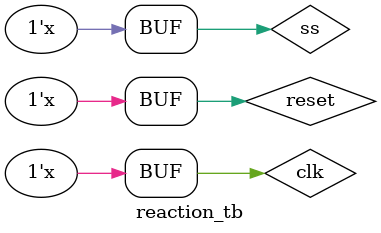
<source format=sv>
module reaction(
  input logic clk, reset,
  input logic ss,
  output logic go,
  output logic [31:0] reactionTime
);

  // Instantiate the clock divider module
  clk1kHz clkDivider(.clk(clk), .reset(reset), .clkout());

  // Instantiate the millisecond counter module
  mscnt msCounter(.clk(clkDivider.clkout), .reset(reset), .cnt(reactionTime));

  // Instantiate the FSM module
  fsm stateMachine(.clk(clk), .reset(reset), .ss(ss), .cnt(reactionTime), .go(go), .capture());

endmodule
//

module fsm(
  input logic clk, reset,
  input logic ss,
  input logic [31:0] cnt,
  output logic go, capture
);
  //state enumeration
  typedef enum logic [1:0] {
    IDLE, WAITING, OUTPUT, CAPTURE
  } state_t;

  //state and next state signals
  state_t state, next_state;

  //state registers
  always_ff @(posedge clk or posedge reset) begin
    if (reset) begin
      state <= IDLE;
    end else begin
      state <= next_state;
    end
  end

  // next state logic
  always_comb begin
    case (state)
      IDLE:
        if (ss) begin
          next_state = WAITING;
        end else begin
          next_state = IDLE;
        end
      WAITING:
        if (cnt == 0) begin
          next_state = OUTPUT;
        end else begin
          next_state = WAITING;
        end
      OUTPUT:
        if (ss) begin
          next_state = CAPTURE;
        end else begin
          next_state = OUTPUT;
        end
      CAPTURE:
        if (ss) begin
          next_state = IDLE;
        end else begin
          next_state = CAPTURE;
        end
    endcase
  end

  //output logic
  always_comb begin
    case (state)
      IDLE, WAITING: begin 
        go = 0;
        capture = 0; end 
      OUTPUT: begin 
        go = 1;
        capture = 0; end 
      CAPTURE: begin 
        go = 0;
        capture = 1; end 
    endcase
  end
endmodule
//

module clk1kHz(input logic clk, reset,
               output logic clkout);

  // Internal counter for dividing the clock frequency
  logic [3:0] counter;

  // Output clock
  assign clkout = counter[3];

  // Clock divider process
  always @(posedge clk or posedge reset) begin
    if (reset) begin
      counter <= 4'b0;
    end else begin
      if (counter == 4'b1001) begin
        counter <= 4'b0;
      end else begin
        counter <= counter + 1;
      end
    end
  end

endmodule
//

module mscnt(input logic clk, reset,
             output logic [31:0] cnt);

  // Internal counter
  logic [31:0] counter;

  // Millisecond counter process
  always @(posedge clk or posedge reset) begin
    if (reset) begin
      counter <= 32'b0;
    end else begin
      counter <= counter + 1;
    end
  end

  // Output assignment
  assign cnt = counter;

endmodule
//



module reaction_tb;
  // Testbench inputs
  reg clk;
  reg reset;
  reg ss;

  // Testbench outputs
  wire go;
  wire [31:0] reactionTime;

  // Instantiate the reaction module
  reaction dut (
    .clk(clk),
    .reset(reset),
    .ss(ss),
    .go(go),
    .reactionTime(reactionTime)
  );

  // Clock generation
  always #5 clk = ~clk;
  always #100 ss = ~ss;
always #125 reset = ~reset;
//always #20 reset = ~reset;

  // Initialize signals
  initial begin
    clk = 0;
    reset = 1;
    ss = 0;
    #10 reset = 0;
    #20 ss = 1; // Start the reaction timer
    #100;
    ss = 0; // Press 'ss' to capture reaction time
    #100;
    ss = 1; // Release 'ss' to restart the timer
    #200;
    ss = 0; // Press 'ss' to capture reaction time
    #100;
  
  end


  // Print reaction time and 'go' signal changes
  always @(posedge clk) begin
    if (go)
      $display("[TIME=%t] go asserted", $time);
    if (reactionTime != 0)
      $display("[TIME=%t] Reaction Time: %0d", $time, reactionTime);
  end

endmodule


</source>
